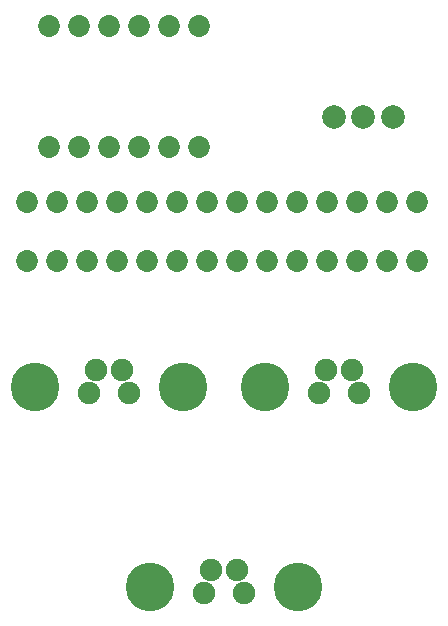
<source format=gts>
G04 Layer: TopSolderMaskLayer*
G04 EasyEDA v6.5.42, 2024-04-22 14:16:48*
G04 bdecda6f3f7540baa8991d5417232957,c115876feeed43bc8c79c948ea027e3a,10*
G04 Gerber Generator version 0.2*
G04 Scale: 100 percent, Rotated: No, Reflected: No *
G04 Dimensions in millimeters *
G04 leading zeros omitted , absolute positions ,4 integer and 5 decimal *
%FSLAX45Y45*%
%MOMM*%

%ADD10C,4.1176*%
%ADD11C,1.9016*%
%ADD12C,2.0016*%
%ADD13C,1.8516*%

%LPD*%
D10*
G01*
X3464001Y-4381500D03*
G01*
X2214016Y-4381500D03*
D11*
G01*
X2669006Y-4431512D03*
G01*
X3009011Y-4431512D03*
G01*
X2731515Y-4236491D03*
G01*
X2946501Y-4236491D03*
D10*
G01*
X1513992Y-4381500D03*
G01*
X264007Y-4381500D03*
D11*
G01*
X718997Y-4431512D03*
G01*
X1059002Y-4431512D03*
G01*
X781507Y-4236491D03*
G01*
X996492Y-4236491D03*
D10*
G01*
X2488996Y-6070193D03*
G01*
X1239011Y-6070193D03*
D11*
G01*
X1694002Y-6120206D03*
G01*
X2034006Y-6120206D03*
G01*
X1756511Y-5925185D03*
G01*
X1971497Y-5925185D03*
D12*
G01*
X3293999Y-2095500D03*
G01*
X3044012Y-2095500D03*
G01*
X2794000Y-2095500D03*
D13*
G01*
X3500983Y-3309391D03*
G01*
X3246983Y-3309391D03*
G01*
X2992983Y-3309391D03*
G01*
X2738983Y-3309391D03*
G01*
X2484983Y-3309391D03*
G01*
X2231009Y-3309391D03*
G01*
X1977009Y-3309391D03*
G01*
X1723009Y-3309391D03*
G01*
X1469009Y-3309391D03*
G01*
X1215009Y-3309391D03*
G01*
X961009Y-3309391D03*
G01*
X707009Y-3309391D03*
G01*
X453009Y-3309391D03*
G01*
X199009Y-3309391D03*
G01*
X3500983Y-2809392D03*
G01*
X3246983Y-2809392D03*
G01*
X2992983Y-2809392D03*
G01*
X2738983Y-2809392D03*
G01*
X2484983Y-2809392D03*
G01*
X2231009Y-2809392D03*
G01*
X1977009Y-2809392D03*
G01*
X1723009Y-2809392D03*
G01*
X1469009Y-2809392D03*
G01*
X1215009Y-2809392D03*
G01*
X961009Y-2809392D03*
G01*
X707009Y-2809392D03*
G01*
X453009Y-2809392D03*
G01*
X199009Y-2809392D03*
G01*
X1651000Y-1319479D03*
G01*
X1397000Y-1319479D03*
G01*
X1143000Y-1319479D03*
G01*
X889000Y-1319479D03*
G01*
X635000Y-1319479D03*
G01*
X381000Y-1319479D03*
G01*
X1651000Y-2349500D03*
G01*
X381000Y-2349500D03*
G01*
X635000Y-2349500D03*
G01*
X889000Y-2349500D03*
G01*
X1143000Y-2349500D03*
G01*
X1397000Y-2349500D03*
M02*

</source>
